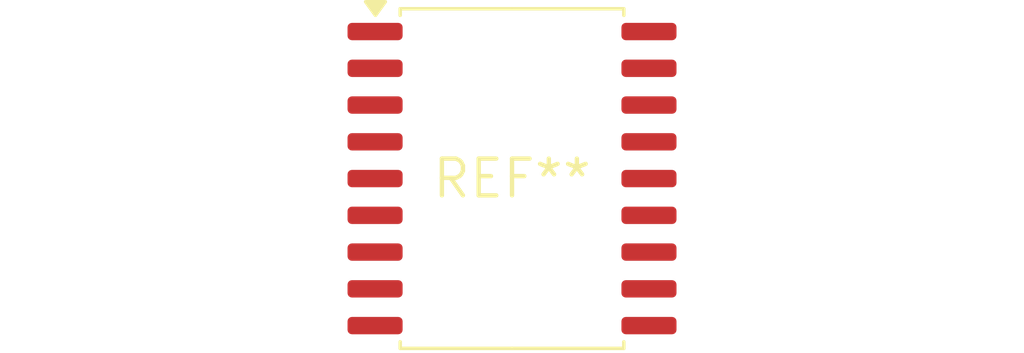
<source format=kicad_pcb>
(kicad_pcb (version 20240108) (generator pcbnew)
  (layers (0 "F.Cu" signal) (31 "B.Cu" signal) (34 "B.Paste" user) (35 "F.Paste" user) (36 "B.SilkS" user "B.Silkscreen") (37 "F.SilkS" user "F.Silkscreen") (38 "B.Mask" user) (39 "F.Mask" user) (44 "Edge.Cuts" user))
  (net 0 "")
  (footprint "SOP-18_7.495x11.515mm_P1.27mm" (layer "F.Cu") (at 0 0)
    (property "Reference" "REF**")
    (property "Value" "SOP-18_7.495x11.515mm_P1.27mm")
    (fp_line (start -3.8575 -5.8675) (end -3.8575 -5.64) (layer "F.SilkS") (stroke (width 0.12)))
    (fp_line (start -3.8575 5.8675) (end -3.8575 5.64) (layer "F.SilkS") (stroke (width 0.12)))
    (fp_line (start 0 -5.8675) (end -3.8575 -5.8675) (layer "F.SilkS") (stroke (width 0.12)))
    (fp_line (start 0 -5.8675) (end 3.8575 -5.8675) (layer "F.SilkS") (stroke (width 0.12)))
    (fp_line (start 0 5.8675) (end -3.8575 5.8675) (layer "F.SilkS") (stroke (width 0.12)))
    (fp_line (start 0 5.8675) (end 3.8575 5.8675) (layer "F.SilkS") (stroke (width 0.12)))
    (fp_line (start 3.8575 -5.8675) (end 3.8575 -5.64) (layer "F.SilkS") (stroke (width 0.12)))
    (fp_line (start 3.8575 5.8675) (end 3.8575 5.64) (layer "F.SilkS") (stroke (width 0.12)))
    (fp_poly (pts (xy -4.71125 -5.64) (xy -5.05125 -6.11) (xy -4.37125 -6.11) (xy -4.71125 -5.64)) (layer "F.SilkS") (stroke (width 0.12)) (fill solid))
    (pad "1" smd roundrect (at -4.725 -5.08) (size 1.9 0.6) (layers "F.Cu" "F.Paste" "F.Mask"))
    (pad "2" smd roundrect (at -4.725 -3.81) (size 1.9 0.6) (layers "F.Cu" "F.Paste" "F.Mask"))
    (pad "3" smd roundrect (at -4.725 -2.54) (size 1.9 0.6) (layers "F.Cu" "F.Paste" "F.Mask"))
    (pad "4" smd roundrect (at -4.725 -1.27) (size 1.9 0.6) (layers "F.Cu" "F.Paste" "F.Mask"))
    (pad "5" smd roundrect (at -4.725 0) (size 1.9 0.6) (layers "F.Cu" "F.Paste" "F.Mask"))
    (pad "6" smd roundrect (at -4.725 1.27) (size 1.9 0.6) (layers "F.Cu" "F.Paste" "F.Mask"))
    (pad "7" smd roundrect (at -4.725 2.54) (size 1.9 0.6) (layers "F.Cu" "F.Paste" "F.Mask"))
    (pad "8" smd roundrect (at -4.725 3.81) (size 1.9 0.6) (layers "F.Cu" "F.Paste" "F.Mask"))
    (pad "9" smd roundrect (at -4.725 5.08) (size 1.9 0.6) (layers "F.Cu" "F.Paste" "F.Mask"))
    (pad "10" smd roundrect (at 4.725 5.08) (size 1.9 0.6) (layers "F.Cu" "F.Paste" "F.Mask"))
    (pad "11" smd roundrect (at 4.725 3.81) (size 1.9 0.6) (layers "F.Cu" "F.Paste" "F.Mask"))
    (pad "12" smd roundrect (at 4.725 2.54) (size 1.9 0.6) (layers "F.Cu" "F.Paste" "F.Mask"))
    (pad "13" smd roundrect (at 4.725 1.27) (size 1.9 0.6) (layers "F.Cu" "F.Paste" "F.Mask"))
    (pad "14" smd roundrect (at 4.725 0) (size 1.9 0.6) (layers "F.Cu" "F.Paste" "F.Mask"))
    (pad "15" smd roundrect (at 4.725 -1.27) (size 1.9 0.6) (layers "F.Cu" "F.Paste" "F.Mask"))
    (pad "16" smd roundrect (at 4.725 -2.54) (size 1.9 0.6) (layers "F.Cu" "F.Paste" "F.Mask"))
    (pad "17" smd roundrect (at 4.725 -3.81) (size 1.9 0.6) (layers "F.Cu" "F.Paste" "F.Mask"))
    (pad "18" smd roundrect (at 4.725 -5.08) (size 1.9 0.6) (layers "F.Cu" "F.Paste" "F.Mask"))
  )
)
</source>
